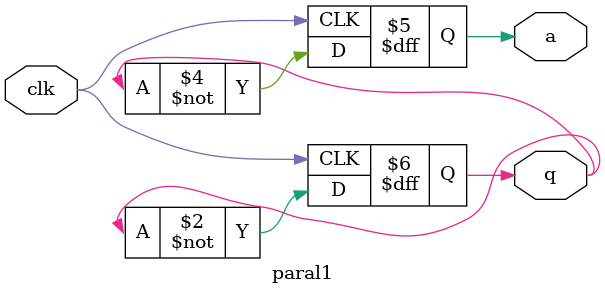
<source format=v>
module paral1(q,a,clk);
output q,a;
input clk;
reg q,a;

always @(posedge clk)
begin
q=~q;
end

always @(posedge clk)
begin
a=~q;
end
endmodule

</source>
